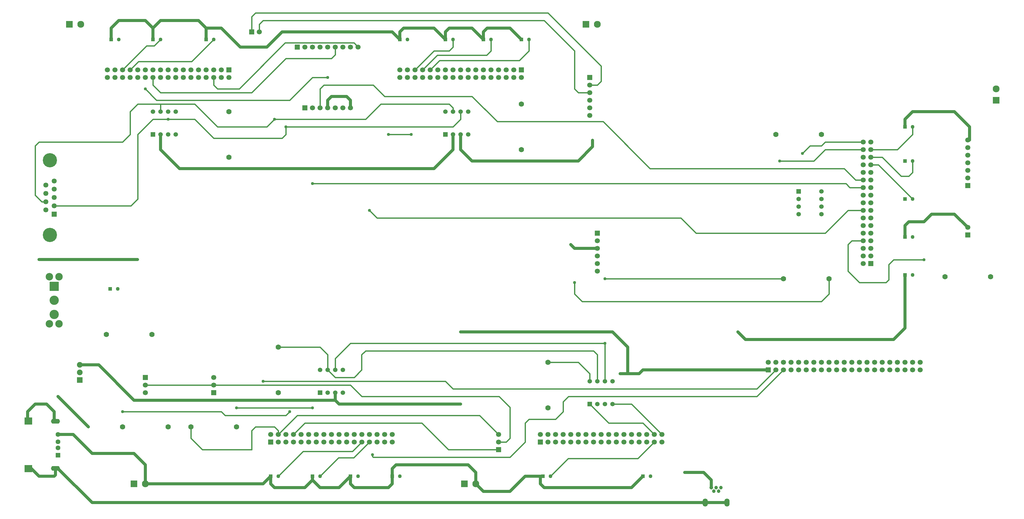
<source format=gbr>
G04 DipTrace 3.3.1.3*
G04 Top.gbr*
%MOIN*%
G04 #@! TF.FileFunction,Copper,L1,Top*
G04 #@! TF.Part,Single*
%AMOUTLINE0*
4,1,8,
-0.009039,0.021824,
0.009039,0.021824,
0.021824,0.009039,
0.021824,-0.009039,
0.009039,-0.021824,
-0.009039,-0.021824,
-0.021824,-0.009039,
-0.021824,0.009039,
-0.009039,0.021824,
0*%
G04 #@! TA.AperFunction,Conductor*
%ADD13C,0.03937*%
%ADD14C,0.016*%
G04 #@! TA.AperFunction,ComponentPad*
%ADD16C,0.07*%
%ADD17C,0.07*%
%ADD18R,0.066929X0.066929*%
%ADD19C,0.066929*%
%ADD20C,0.05*%
%ADD21R,0.05X0.05*%
%ADD22R,0.090551X0.090551*%
%ADD23C,0.090551*%
%ADD24R,0.066535X0.066535*%
%ADD25C,0.066535*%
%ADD26C,0.187402*%
%ADD27C,0.062992*%
%ADD28R,0.062992X0.062992*%
%ADD29O,0.11811X0.062992*%
%ADD30R,0.102362X0.094488*%
G04 #@! TA.AperFunction,ComponentPad*
%ADD31R,0.074803X0.074803*%
%ADD32C,0.074803*%
%ADD33R,0.122047X0.122047*%
%ADD34C,0.122047*%
%ADD35C,0.098425*%
%ADD36R,0.059055X0.059055*%
%ADD37C,0.059055*%
%ADD38C,0.047244*%
%ADD39O,0.066929X0.106299*%
G04 #@! TA.AperFunction,ViaPad*
%ADD40C,0.04*%
G04 #@! TA.AperFunction,ComponentPad*
%ADD98OUTLINE0*%
%FSLAX26Y26*%
G04*
G70*
G90*
G75*
G01*
G04 Top*
%LPD*%
X1159055Y2383858D2*
D13*
X1409055D1*
X1874016Y1918898D1*
X7911020Y5339370D2*
Y5255902D1*
X7724016Y5068898D1*
X6324016D1*
X6174016Y5218898D1*
Y5418898D1*
X10224016Y2318898D2*
X8574016D1*
X8524016Y2268898D1*
X8274016D1*
X4524016Y2018898D2*
Y1918898D1*
X4574016Y1868898D1*
X6174016D1*
X1874016Y1918898D2*
X4524016D1*
X8274016Y2268898D2*
X8374016D1*
Y2618898D1*
X8174016Y2818898D1*
X6174016D1*
X6974016Y6668898D2*
X6824016Y6818898D1*
X6524016D1*
X6474016Y6768898D1*
Y6668898D1*
X874016Y1468898D2*
X1074016D1*
X1324016Y1218898D1*
X1874016D1*
X2024016Y1068898D1*
Y818898D1*
X3574016D1*
X3674016Y918898D1*
X12024016Y5518898D2*
Y5618898D1*
X12124016Y5718898D1*
X12674016D1*
X12874016Y5518898D1*
Y5343898D1*
X12849016D1*
X6074016Y5418898D2*
Y5218898D1*
X5824016Y4968898D1*
X2474016D1*
X2224016Y5218898D1*
Y5418898D1*
X12024016Y4068898D2*
Y4218898D1*
X12074016Y4268898D1*
X2024016Y818898D2*
D3*
X7624016Y3968898D2*
X7674016Y3918898D1*
X7974016D1*
X2124016Y6668898D2*
Y6818898D1*
X2024016Y6918898D1*
X1674016D1*
X1574016Y6818898D1*
Y6668898D1*
X4624016Y6768898D2*
X3824016D1*
X3624016Y6568898D1*
X3274016D1*
X3024016Y6818898D1*
X2824016D1*
X2724016Y6918898D1*
X2224016D1*
X2124016Y6818898D1*
X5374016Y6668898D2*
X5274016Y6768898D1*
X4624016D1*
X5974016Y6668898D2*
X5824016Y6818898D1*
X5424016D1*
X5374016Y6768898D1*
Y6668898D1*
X6474016D2*
X6324016Y6818898D1*
X6024016D1*
X5974016Y6768898D1*
Y6668898D1*
X7255512Y918898D2*
X7224016D1*
Y818898D1*
X7274016Y768898D1*
X8424016D1*
X8574016Y918898D1*
X6374016Y818898D2*
X6474016Y718898D1*
X6824016D1*
X7024016Y918898D1*
X7255512D1*
X5274016D2*
Y1018898D1*
X5324016Y1068898D1*
X6274016D1*
X6374016Y968898D1*
Y818898D1*
X4724016Y918898D2*
Y818898D1*
X4774016Y768898D1*
X5224016D1*
X5274016Y818898D1*
Y918898D1*
X4224016D2*
Y868898D1*
X4324016Y768898D1*
X4574016D1*
X4724016Y918898D1*
X3674016D2*
Y818898D1*
X3724016Y768898D1*
X4124016D1*
X4224016Y868898D1*
X12024016Y3568898D2*
Y2868898D1*
X11874016Y2718898D1*
X9924016D1*
X9824016Y2818898D1*
X2824016Y6668898D2*
Y6818898D1*
X12074016Y4268898D2*
X12274016D1*
X12374016Y4368898D1*
X12674016D1*
X12849016Y4193898D1*
X9680709Y570079D2*
X9393307D1*
X840551Y1640157D2*
Y1652362D1*
X824016Y1668898D1*
Y1768898D1*
X724016Y1868898D1*
X574016D1*
X474016Y1768898D1*
Y1654076D1*
X482283Y1662344D1*
Y1644094D1*
X840551Y1022047D2*
Y935433D1*
X824016Y918898D1*
X624016D1*
X524803Y1018110D1*
X482283D1*
X9393307Y570079D2*
X1322835D1*
X870866Y1022047D1*
X840551D1*
X1921081Y3771832D2*
X624409D1*
X6074016Y5718898D2*
D14*
Y5768898D1*
X6024016Y5818898D1*
X5124016D1*
X4924016Y5618898D1*
X3724016D1*
X3774016Y2618898D2*
X4324016D1*
X4424016Y2518898D1*
Y2318898D1*
X11024016Y3518898D2*
Y3318898D1*
X10924016Y3218898D1*
X7774016D1*
X7674016Y3318898D1*
Y3468898D1*
X3724016Y5618898D2*
X3624016Y5518898D1*
X2974016D1*
X2674016Y5818898D1*
X2224016D1*
X1924016D1*
X1824016Y5718898D1*
Y5418898D1*
X1724016Y5318898D1*
X624016D1*
X574016Y5268898D1*
Y4618898D1*
X660433Y4532480D1*
X712205D1*
X2224016Y5718898D2*
Y5818898D1*
X4424016Y2318898D2*
X4524016Y2218898D1*
X4774016D1*
X4871370Y2316252D1*
Y2516252D1*
X4924016Y2568898D1*
X7924016D1*
X7974016Y2518898D1*
Y2168898D1*
X2624016Y1568898D2*
Y1418898D1*
X2774016Y1268898D1*
X3424016D1*
Y1518898D1*
X3474016Y1568898D1*
X3724016D1*
X3774016Y1518898D1*
Y1468898D1*
X4024016Y1718898D1*
X6424016D1*
X6674016Y1468898D1*
X5524016Y5418898D2*
X5224016D1*
X4524016Y6568898D2*
Y6468898D1*
X4474016Y6418898D1*
X3874016D1*
X3424016Y5968898D1*
X2224016D1*
X2124016Y6068898D1*
Y6168898D1*
X10674016Y5168898D2*
X10774016Y5268898D1*
X10924016D1*
X10974016Y5318898D1*
X11474016D1*
X8174016Y1868898D2*
X8424016D1*
X8824016Y1468898D1*
X10374016Y5068898D2*
X10824016D1*
X10974016Y5218898D1*
X11474016D1*
X4224016Y1818898D2*
X3224016D1*
X7324016Y2418898D2*
X7724016D1*
X7874016Y2268898D1*
Y2168898D1*
X1274016Y1568898D2*
D13*
X874016Y1968898D1*
X8724016Y1468898D2*
D14*
X8574016Y1618898D1*
X8124016D1*
X7874016Y1868898D1*
X3574016Y2168898D2*
X5974016D1*
X6074016Y2068898D1*
X10074016D1*
X10324016Y2318898D1*
X5015016Y1202437D2*
Y1177898D1*
X5024016Y1168898D1*
X6824016D1*
X7024016Y1368898D1*
Y1618898D1*
X7074016Y1668898D1*
X7424016D1*
X7524016Y1768898D1*
Y1898081D1*
X7594832Y1968898D1*
X10074016D1*
X10424016Y2318898D1*
X7874016Y6068898D2*
X7974016D1*
X8024016Y6118898D1*
Y6318898D1*
X7324016Y7018898D1*
X3474016D1*
X3424016Y6968898D1*
Y6768898D1*
X7874016Y5968898D2*
X7724016D1*
X7674016Y6018898D1*
Y6518898D1*
X7274016Y6918898D1*
X3574016D1*
X3524016Y6868898D1*
Y6768898D1*
X2024016Y6015906D2*
X2171024Y5868898D1*
X3924016D1*
X4224016Y6168898D1*
X4424016D1*
X3974016Y1468898D2*
X4124016Y1618898D1*
X5665110D1*
X6015110Y1268898D1*
X6674016D1*
X12274016Y3768898D2*
X11874016D1*
X11808711Y3703593D1*
Y3503593D1*
X11774016Y3468898D1*
X11424016D1*
X11274016Y3618898D1*
Y3968898D1*
X11324016Y4018898D1*
X11474016D1*
X1724016Y1768898D2*
X3024016D1*
X3074016Y1718898D1*
X3874016D1*
X3924016Y1768898D1*
X6174016Y5718898D2*
Y5618898D1*
X6074016Y5518898D1*
X3874016D1*
X4524016Y2318898D2*
Y2468898D1*
X4724016Y2668898D1*
X8074016D1*
X10424016Y3518898D2*
X8074016D1*
X2324016Y5618898D2*
X2124016D1*
X1924016Y5418898D1*
Y4568898D1*
X1833071Y4477953D1*
X824016D1*
X3874016Y5518898D2*
Y5418898D1*
X3824016Y5368898D1*
X2924016D1*
X2674016Y5618898D1*
X2324016D1*
X8074016Y2668898D2*
Y2168898D1*
X9124016Y968898D2*
D13*
X9374016D1*
X9474016Y868898D1*
Y768898D1*
X4724016Y5768898D2*
Y5868898D1*
X4674016Y5918898D1*
X4474016D1*
X4424016Y5868898D1*
Y5768898D1*
X4974016Y4418898D2*
D14*
X5074016Y4318898D1*
X9074016D1*
X9274016Y4118898D1*
X10974016D1*
X11274016Y4418898D1*
X11474016D1*
X4224016Y4771583D2*
X11245390D1*
X11298075Y4718898D1*
X11474016D1*
Y4818898D2*
X11374016D1*
X11224016Y4968898D1*
X8667520D1*
X8049980Y5586437D1*
X6656476D1*
X6324016Y5918898D1*
X5174016D1*
X5024016Y6068898D1*
X4374016D1*
X4324016Y6018898D1*
Y5768898D1*
X2024016Y2118898D2*
X2924016D1*
X4724016D1*
X4874016Y1968898D1*
X6679008D1*
X6824016Y1823890D1*
Y1418898D1*
X6774016Y1368898D1*
X6674016D1*
X4324016Y918898D2*
X4566559Y1161441D1*
X4766559D1*
X4974016Y1368898D1*
X7355512Y918898D2*
X7589034Y1152420D1*
X8507538D1*
X8724016Y1368898D1*
X2224016Y6668898D2*
X2138707Y6583589D1*
X2038707D1*
X1724016Y6268898D1*
X2924016Y6668898D2*
X2633463Y6378345D1*
X1933463D1*
X1824016Y6268898D1*
X12124016Y5518898D2*
Y5418898D1*
X11924016Y5218898D1*
X11574016D1*
X12124016Y5068898D2*
Y4918898D1*
X12074016Y4868898D1*
X11974016D1*
X11724016Y5118898D1*
X11574016D1*
X12124016Y4568898D2*
X11674016Y5018898D1*
X11574016D1*
X6074016Y6668898D2*
Y6568898D1*
X6024016Y6518898D1*
X5824016D1*
X5574016Y6268898D1*
X6574016Y6668898D2*
Y6518898D1*
X6517400Y6462282D1*
X5867400D1*
X5674016Y6268898D1*
X7074016Y6668898D2*
Y6518898D1*
X6946539Y6391421D1*
X5896539D1*
X5774016Y6268898D1*
X4824016Y6568898D2*
X4769551Y6623362D1*
X3864583D1*
X3260118Y6018898D1*
X2974016D1*
X2924016Y6068898D1*
Y6168898D1*
X3774016Y918898D2*
X4100255Y1245136D1*
X4750255D1*
X4874016Y1368898D1*
D40*
X1921081Y3771832D3*
X624409D3*
X1274016Y1568898D3*
X874016Y1968898D3*
X9124016Y968898D3*
D3*
X7911020Y5339370D3*
X1874016Y1918898D3*
X6174016Y1868898D3*
X8274016Y2268898D3*
X6174016Y2818898D3*
X9824016D3*
X4624016Y6768898D3*
X12074016Y4268898D3*
X7624016Y3968898D3*
X7674016Y3468898D3*
X3724016Y5618898D3*
X5224016Y5418898D3*
X5524016D3*
X10674016Y5168898D3*
X10374016Y5068898D3*
X3224016Y1818898D3*
X4224016D3*
X3574016Y2168898D3*
X5015016Y1202437D3*
X4424016Y6168898D3*
X2024016Y6015906D3*
X12274016Y3768898D3*
X3924016Y1768898D3*
X1724016D3*
X2324016Y5618898D3*
X3874016Y5518898D3*
X8074016Y3518898D3*
Y2668898D3*
X4974016Y4418898D3*
X4224016Y4771583D3*
D16*
X3774016Y2018898D3*
D17*
Y2618898D3*
D16*
X13149016Y3543898D3*
D17*
X12549016D3*
D18*
X7974016Y4118898D3*
D19*
Y4018898D3*
Y3918898D3*
Y3818898D3*
Y3718898D3*
Y3618898D3*
D18*
X7874016Y6168898D3*
D19*
Y6068898D3*
Y5968898D3*
Y5868898D3*
Y5768898D3*
Y5668898D3*
D20*
X1659055Y3383858D3*
D21*
X1559055D3*
D20*
X3774016Y918898D3*
D21*
X3674016D3*
D20*
X5374016D3*
D21*
X5274016D3*
D20*
X4824016D3*
D21*
X4724016D3*
D20*
X4324016D3*
D21*
X4224016D3*
D20*
X7355512D3*
D21*
X7255512D3*
D20*
X8674016D3*
D21*
X8574016D3*
D20*
X2224016Y6668898D3*
D21*
X2124016D3*
D20*
X1674016D3*
D21*
X1574016D3*
D20*
X2924016D3*
D21*
X2824016D3*
D20*
X12124016Y5518898D3*
D21*
X12024016D3*
D20*
X12124016Y5068898D3*
D21*
X12024016D3*
D20*
X12124016Y4568898D3*
D21*
X12024016D3*
D20*
X12124016Y4068898D3*
D21*
X12024016D3*
D20*
X12124016Y3568898D3*
D21*
X12024016D3*
D20*
X5474016Y6668898D3*
D21*
X5374016D3*
D20*
X6074016D3*
D21*
X5974016D3*
D20*
X6574016D3*
D21*
X6474016D3*
D20*
X7074016D3*
D21*
X6974016D3*
D18*
X2924016Y2018898D3*
D19*
Y2118898D3*
Y2218898D3*
D18*
X4024016Y6568898D3*
D19*
X4124016D3*
X4224016D3*
X4324016D3*
X4424016D3*
X4524016D3*
X4624016D3*
X4724016D3*
X4824016D3*
D18*
X12849016Y4093898D3*
D19*
Y4193898D3*
D18*
X3124016Y6268898D3*
D19*
Y6168898D3*
X3024016Y6268898D3*
Y6168898D3*
X2924016Y6268898D3*
Y6168898D3*
X2824016Y6268898D3*
Y6168898D3*
X2724016Y6268898D3*
Y6168898D3*
X2624016Y6268898D3*
Y6168898D3*
X2524016Y6268898D3*
Y6168898D3*
X2424016Y6268898D3*
Y6168898D3*
X2324016Y6268898D3*
Y6168898D3*
X2224016Y6268898D3*
Y6168898D3*
X2124016Y6268898D3*
Y6168898D3*
X2024016Y6268898D3*
Y6168898D3*
X1924016Y6268898D3*
Y6168898D3*
X1824016Y6268898D3*
Y6168898D3*
X1724016Y6268898D3*
Y6168898D3*
X1624016Y6268898D3*
Y6168898D3*
X1524016Y6268898D3*
Y6168898D3*
D18*
X6974016Y6268898D3*
D19*
Y6168898D3*
X6874016Y6268898D3*
Y6168898D3*
X6774016Y6268898D3*
Y6168898D3*
X6674016Y6268898D3*
Y6168898D3*
X6574016Y6268898D3*
Y6168898D3*
X6474016Y6268898D3*
Y6168898D3*
X6374016Y6268898D3*
Y6168898D3*
X6274016Y6268898D3*
Y6168898D3*
X6174016Y6268898D3*
Y6168898D3*
X6074016Y6268898D3*
Y6168898D3*
X5974016Y6268898D3*
Y6168898D3*
X5874016Y6268898D3*
Y6168898D3*
X5774016Y6268898D3*
Y6168898D3*
X5674016Y6268898D3*
Y6168898D3*
X5574016Y6268898D3*
Y6168898D3*
X5474016Y6268898D3*
Y6168898D3*
X5374016Y6268898D3*
Y6168898D3*
D18*
X11574016Y3718898D3*
D19*
X11474016D3*
X11574016Y3818898D3*
X11474016D3*
X11574016Y3918898D3*
X11474016D3*
X11574016Y4018898D3*
X11474016D3*
X11574016Y4118898D3*
X11474016D3*
X11574016Y4218898D3*
X11474016D3*
X11574016Y4318898D3*
X11474016D3*
X11574016Y4418898D3*
X11474016D3*
X11574016Y4518898D3*
X11474016D3*
X11574016Y4618898D3*
X11474016D3*
X11574016Y4718898D3*
X11474016D3*
X11574016Y4818898D3*
X11474016D3*
X11574016Y4918898D3*
X11474016D3*
X11574016Y5018898D3*
X11474016D3*
X11574016Y5118898D3*
X11474016D3*
X11574016Y5218898D3*
X11474016D3*
X11574016Y5318898D3*
X11474016D3*
D18*
X7224016Y1368898D3*
D19*
Y1468898D3*
X7324016Y1368898D3*
Y1468898D3*
X7424016Y1368898D3*
Y1468898D3*
X7524016Y1368898D3*
Y1468898D3*
X7624016Y1368898D3*
Y1468898D3*
X7724016Y1368898D3*
Y1468898D3*
X7824016Y1368898D3*
Y1468898D3*
X7924016Y1368898D3*
Y1468898D3*
X8024016Y1368898D3*
Y1468898D3*
X8124016Y1368898D3*
Y1468898D3*
X8224016Y1368898D3*
Y1468898D3*
X8324016Y1368898D3*
Y1468898D3*
X8424016Y1368898D3*
Y1468898D3*
X8524016Y1368898D3*
Y1468898D3*
X8624016Y1368898D3*
Y1468898D3*
X8724016Y1368898D3*
Y1468898D3*
X8824016Y1368898D3*
Y1468898D3*
D18*
X3674016Y1368898D3*
D19*
Y1468898D3*
X3774016Y1368898D3*
Y1468898D3*
X3874016Y1368898D3*
Y1468898D3*
X3974016Y1368898D3*
Y1468898D3*
X4074016Y1368898D3*
Y1468898D3*
X4174016Y1368898D3*
Y1468898D3*
X4274016Y1368898D3*
Y1468898D3*
X4374016Y1368898D3*
Y1468898D3*
X4474016Y1368898D3*
Y1468898D3*
X4574016Y1368898D3*
Y1468898D3*
X4674016Y1368898D3*
Y1468898D3*
X4774016Y1368898D3*
Y1468898D3*
X4874016Y1368898D3*
Y1468898D3*
X4974016Y1368898D3*
Y1468898D3*
X5074016Y1368898D3*
Y1468898D3*
X5174016Y1368898D3*
Y1468898D3*
X5274016Y1368898D3*
Y1468898D3*
D22*
X7824016Y6868898D3*
D23*
X7974016D3*
D24*
X824016Y4368898D3*
D25*
Y4477953D3*
Y4587008D3*
Y4696063D3*
Y4805118D3*
X712205Y4423425D3*
Y4532480D3*
Y4641535D3*
Y4750591D3*
D26*
X768111Y4095079D3*
Y5078937D3*
D18*
X3424016Y6768898D3*
D19*
X3524016D3*
D22*
X1024016Y6868898D3*
D23*
X1174016D3*
D22*
X6224016Y818898D3*
D23*
X6374016D3*
D18*
X10224016Y2318898D3*
D19*
Y2418898D3*
X10324016Y2318898D3*
Y2418898D3*
X10424016Y2318898D3*
Y2418898D3*
X10524016Y2318898D3*
Y2418898D3*
X10624016Y2318898D3*
Y2418898D3*
X10724016Y2318898D3*
Y2418898D3*
X10824016Y2318898D3*
Y2418898D3*
X10924016Y2318898D3*
Y2418898D3*
X11024016Y2318898D3*
Y2418898D3*
X11124016Y2318898D3*
Y2418898D3*
X11224016Y2318898D3*
Y2418898D3*
X11324016Y2318898D3*
Y2418898D3*
X11424016Y2318898D3*
Y2418898D3*
X11524016Y2318898D3*
Y2418898D3*
X11624016Y2318898D3*
Y2418898D3*
X11724016Y2318898D3*
Y2418898D3*
X11824016Y2318898D3*
Y2418898D3*
X11924016Y2318898D3*
Y2418898D3*
X12024016Y2318898D3*
Y2418898D3*
X12124016Y2318898D3*
Y2418898D3*
X12224016Y2318898D3*
Y2418898D3*
D22*
X13224016Y5868898D3*
D23*
Y6018898D3*
D27*
X874016Y1468898D3*
Y1370472D3*
Y1291732D3*
D28*
Y1193307D3*
D29*
X840551Y1640157D3*
Y1022047D3*
D30*
X482283Y1644094D3*
Y1018110D3*
D22*
X1874016Y818898D3*
D23*
X2024016D3*
D18*
X4124016Y5768898D3*
D19*
X4224016D3*
X4324016D3*
X4424016D3*
X4524016D3*
X4624016D3*
X4724016D3*
D16*
X1724016Y1568898D3*
D17*
X2324016D3*
D16*
X3224016D3*
D17*
X2624016D3*
D16*
X7324016Y2418898D3*
D17*
Y1818898D3*
D16*
X3124016Y5118898D3*
D17*
Y5718898D3*
D16*
X6974016Y5818898D3*
D17*
Y5218898D3*
D16*
X10924016Y5418898D3*
D17*
X10324016D3*
D16*
X2109055Y2783858D3*
D17*
X1509055D3*
D16*
X10424016Y3518898D3*
D17*
X11024016D3*
D31*
X1159055Y2183858D3*
D32*
Y2283858D3*
Y2383858D3*
D18*
X2024016Y2218898D3*
D19*
Y2118898D3*
Y2018898D3*
D18*
X6674016Y1268898D3*
D19*
Y1368898D3*
Y1468898D3*
D33*
X824016Y3418898D3*
D34*
Y3233858D3*
Y3048819D3*
D35*
X886614Y2923819D3*
X761417D3*
Y3543898D3*
X886614D3*
D36*
X2124016Y5418898D3*
D37*
X2224016D3*
X2324016D3*
X2424016D3*
Y5718898D3*
X2324016D3*
X2224016D3*
X2124016D3*
D36*
X5974016Y5418898D3*
D37*
X6074016D3*
X6174016D3*
X6274016D3*
Y5718898D3*
X6174016D3*
X6074016D3*
X5974016D3*
D36*
X10624016Y4668898D3*
D37*
Y4568898D3*
Y4468898D3*
Y4368898D3*
X10924016D3*
Y4468898D3*
Y4568898D3*
Y4668898D3*
D36*
X4324016Y2018898D3*
D37*
X4424016D3*
X4524016D3*
X4624016D3*
Y2318898D3*
X4524016D3*
X4424016D3*
X4324016D3*
D36*
X7874016Y1868898D3*
D37*
X7974016D3*
X8074016D3*
X8174016D3*
Y2168898D3*
X8074016D3*
X7974016D3*
X7874016D3*
D18*
X12849016Y4743898D3*
D19*
Y4843898D3*
Y4943898D3*
Y5043898D3*
Y5143898D3*
Y5243898D3*
Y5343898D3*
D98*
X9474016Y768898D3*
D38*
X9505512Y721654D3*
X9537008Y768898D3*
X9568504Y721654D3*
X9600000Y768898D3*
D39*
X9393307Y570079D3*
X9680709D3*
M02*

</source>
